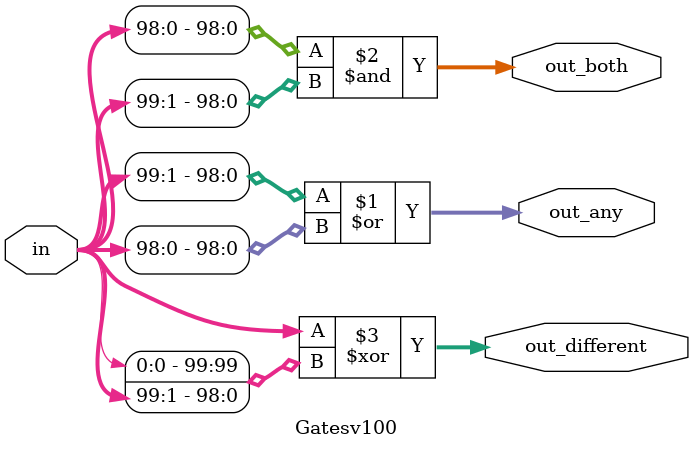
<source format=v>
`timescale 1ns / 1ps


module Gatesv100(
    input [99:0] in,
    output [98:0] out_both,
    output [99:1] out_any,
    output [99:0] out_different
    );
	
	assign out_any = in[99:1] | in[98:0];
    assign out_both = in[98:0] & in[99:1];
    assign out_different = in ^ {in[0], in[99:1]};
endmodule

</source>
